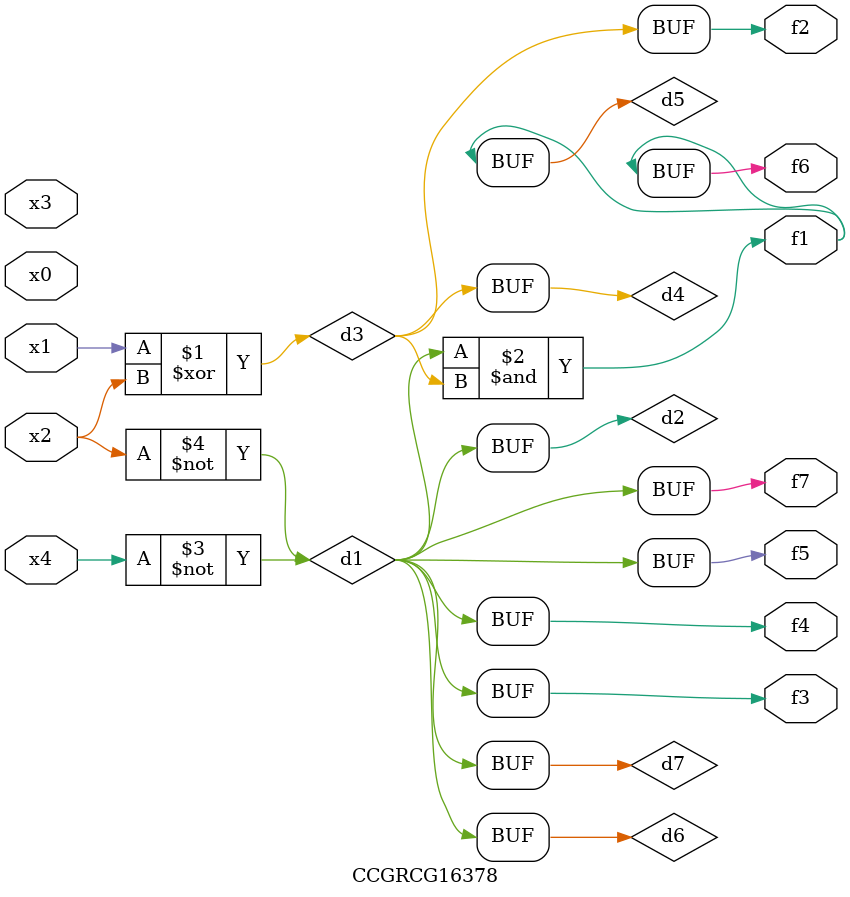
<source format=v>
module CCGRCG16378(
	input x0, x1, x2, x3, x4,
	output f1, f2, f3, f4, f5, f6, f7
);

	wire d1, d2, d3, d4, d5, d6, d7;

	not (d1, x4);
	not (d2, x2);
	xor (d3, x1, x2);
	buf (d4, d3);
	and (d5, d1, d3);
	buf (d6, d1, d2);
	buf (d7, d2);
	assign f1 = d5;
	assign f2 = d4;
	assign f3 = d7;
	assign f4 = d7;
	assign f5 = d7;
	assign f6 = d5;
	assign f7 = d7;
endmodule

</source>
